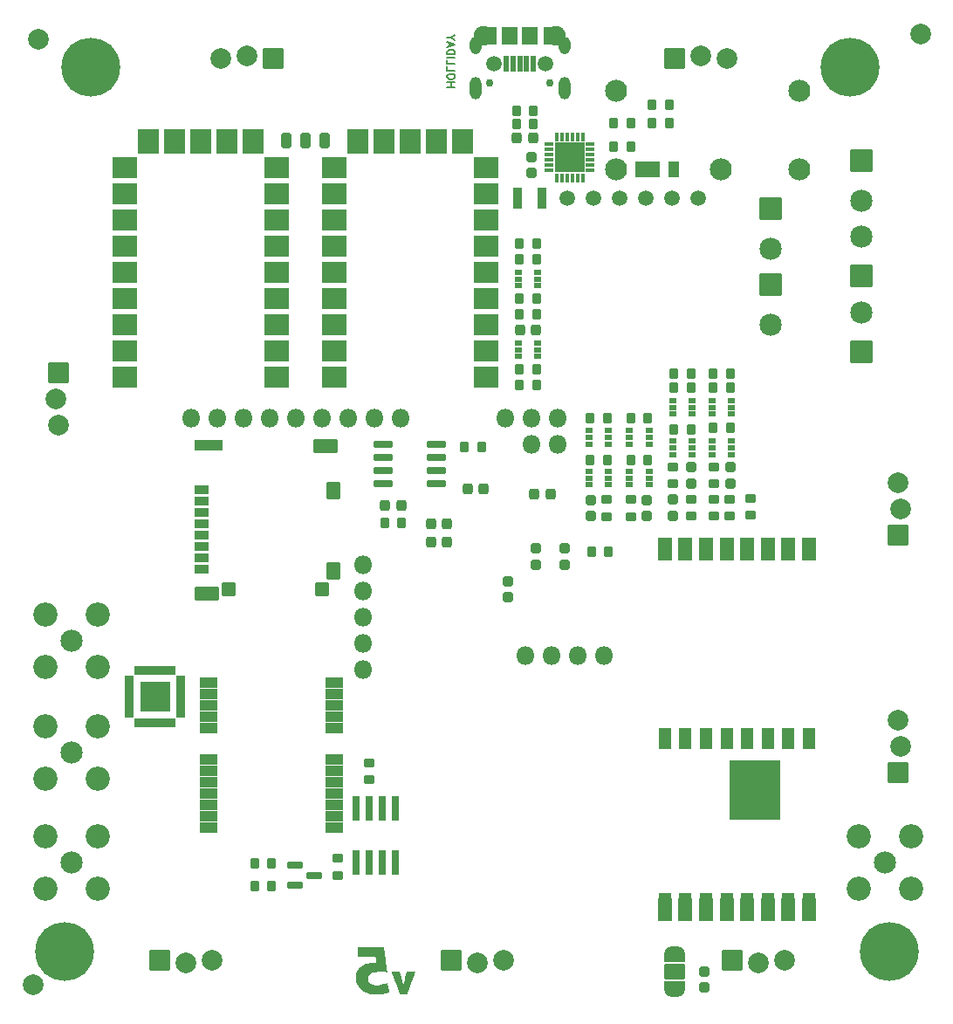
<source format=gbr>
%TF.GenerationSoftware,KiCad,Pcbnew,7.0.9*%
%TF.CreationDate,2024-01-23T11:42:20+00:00*%
%TF.ProjectId,mainboard,6d61696e-626f-4617-9264-2e6b69636164,rev?*%
%TF.SameCoordinates,Original*%
%TF.FileFunction,Soldermask,Bot*%
%TF.FilePolarity,Negative*%
%FSLAX46Y46*%
G04 Gerber Fmt 4.6, Leading zero omitted, Abs format (unit mm)*
G04 Created by KiCad (PCBNEW 7.0.9) date 2024-01-23 11:42:20*
%MOMM*%
%LPD*%
G01*
G04 APERTURE LIST*
G04 Aperture macros list*
%AMRoundRect*
0 Rectangle with rounded corners*
0 $1 Rounding radius*
0 $2 $3 $4 $5 $6 $7 $8 $9 X,Y pos of 4 corners*
0 Add a 4 corners polygon primitive as box body*
4,1,4,$2,$3,$4,$5,$6,$7,$8,$9,$2,$3,0*
0 Add four circle primitives for the rounded corners*
1,1,$1+$1,$2,$3*
1,1,$1+$1,$4,$5*
1,1,$1+$1,$6,$7*
1,1,$1+$1,$8,$9*
0 Add four rect primitives between the rounded corners*
20,1,$1+$1,$2,$3,$4,$5,0*
20,1,$1+$1,$4,$5,$6,$7,0*
20,1,$1+$1,$6,$7,$8,$9,0*
20,1,$1+$1,$8,$9,$2,$3,0*%
%AMFreePoly0*
4,1,39,0.785921,0.985921,0.800800,0.950000,0.800800,-0.950000,0.785921,-0.985921,0.750000,-1.000800,0.000000,-1.000800,-0.012322,-0.995696,-0.084376,-0.995696,-0.096533,-0.994220,-0.260380,-0.953835,-0.271831,-0.949492,-0.421253,-0.871070,-0.431332,-0.864113,-0.557645,-0.752210,-0.565766,-0.743043,-0.661627,-0.604163,-0.667318,-0.593320,-0.727158,-0.435535,-0.730089,-0.423644,-0.750615,-0.254600,
-0.750800,-0.251535,-0.750800,0.251535,-0.750615,0.254600,-0.730089,0.423644,-0.727158,0.435535,-0.667318,0.593320,-0.661627,0.604163,-0.565766,0.743043,-0.557645,0.752210,-0.431332,0.864113,-0.421253,0.871070,-0.271831,0.949492,-0.260380,0.953835,-0.096533,0.994220,-0.084376,0.995696,-0.012322,0.995696,0.000000,1.000800,0.750000,1.000800,0.785921,0.985921,0.785921,0.985921,
$1*%
%AMFreePoly1*
4,1,39,0.012322,0.995696,0.084376,0.995696,0.096533,0.994220,0.260380,0.953835,0.271831,0.949492,0.421253,0.871070,0.431332,0.864113,0.557645,0.752210,0.565766,0.743043,0.661627,0.604163,0.667318,0.593320,0.727158,0.435535,0.730089,0.423644,0.750615,0.254600,0.750800,0.251535,0.750800,-0.251535,0.750615,-0.254600,0.730089,-0.423644,0.727158,-0.435535,0.667318,-0.593320,
0.661627,-0.604163,0.565766,-0.743043,0.557645,-0.752210,0.431332,-0.864113,0.421253,-0.871070,0.271831,-0.949492,0.260380,-0.953835,0.096533,-0.994220,0.084376,-0.995696,0.012322,-0.995696,0.000000,-1.000800,-0.750000,-1.000800,-0.785921,-0.985921,-0.800800,-0.950000,-0.800800,0.950000,-0.785921,0.985921,-0.750000,1.000800,0.000000,1.000800,0.012322,0.995696,0.012322,0.995696,
$1*%
G04 Aperture macros list end*
%ADD10C,0.190500*%
%ADD11C,0.010000*%
%ADD12RoundRect,0.063500X0.812800X-0.406400X0.812800X0.406400X-0.812800X0.406400X-0.812800X-0.406400X0*%
%ADD13RoundRect,0.063500X0.381000X0.152400X-0.381000X0.152400X-0.381000X-0.152400X0.381000X-0.152400X0*%
%ADD14RoundRect,0.063500X0.152400X-0.381000X0.152400X0.381000X-0.152400X0.381000X-0.152400X-0.381000X0*%
%ADD15RoundRect,0.063500X-0.381000X-0.152400X0.381000X-0.152400X0.381000X0.152400X-0.381000X0.152400X0*%
%ADD16RoundRect,0.063500X-0.152400X0.381000X-0.152400X-0.381000X0.152400X-0.381000X0.152400X0.381000X0*%
%ADD17RoundRect,0.063500X1.397000X1.397000X-1.397000X1.397000X-1.397000X-1.397000X1.397000X-1.397000X0*%
%ADD18RoundRect,0.250800X-0.275000X0.200000X-0.275000X-0.200000X0.275000X-0.200000X0.275000X0.200000X0*%
%ADD19RoundRect,0.250800X-0.200000X-0.275000X0.200000X-0.275000X0.200000X0.275000X-0.200000X0.275000X0*%
%ADD20RoundRect,0.250800X0.200000X0.275000X-0.200000X0.275000X-0.200000X-0.275000X0.200000X-0.275000X0*%
%ADD21RoundRect,0.250800X0.275000X-0.200000X0.275000X0.200000X-0.275000X0.200000X-0.275000X-0.200000X0*%
%ADD22RoundRect,0.050800X-0.750000X-0.775000X0.750000X-0.775000X0.750000X0.775000X-0.750000X0.775000X0*%
%ADD23C,1.901600*%
%ADD24C,1.509600*%
%ADD25RoundRect,0.050800X0.225000X0.675000X-0.225000X0.675000X-0.225000X-0.675000X0.225000X-0.675000X0*%
%ADD26RoundRect,0.063500X-0.450000X-0.700000X0.450000X-0.700000X0.450000X0.700000X-0.450000X0.700000X0*%
%ADD27RoundRect,0.063500X-1.100000X-0.700000X1.100000X-0.700000X1.100000X0.700000X-1.100000X0.700000X0*%
%ADD28RoundRect,0.063500X-0.939800X0.939800X-0.939800X-0.939800X0.939800X-0.939800X0.939800X0.939800X0*%
%ADD29C,2.006600*%
%ADD30RoundRect,0.063500X0.939800X-0.939800X0.939800X0.939800X-0.939800X0.939800X-0.939800X-0.939800X0*%
%ADD31RoundRect,0.063500X-0.939800X-0.939800X0.939800X-0.939800X0.939800X0.939800X-0.939800X0.939800X0*%
%ADD32RoundRect,0.063500X0.939800X0.939800X-0.939800X0.939800X-0.939800X-0.939800X0.939800X-0.939800X0*%
%ADD33RoundRect,0.063500X1.016000X-1.016000X1.016000X1.016000X-1.016000X1.016000X-1.016000X-1.016000X0*%
%ADD34C,2.159000*%
%ADD35O,1.801600X1.801600*%
%ADD36C,5.701600*%
%ADD37C,0.751600*%
%ADD38O,1.101600X2.201600*%
%ADD39O,1.101600X1.701600*%
%ADD40C,2.133600*%
%ADD41C,2.151600*%
%ADD42C,2.351600*%
%ADD43RoundRect,0.269550X-0.218750X-0.256250X0.218750X-0.256250X0.218750X0.256250X-0.218750X0.256250X0*%
%ADD44RoundRect,0.269550X0.256250X-0.218750X0.256250X0.218750X-0.256250X0.218750X-0.256250X-0.218750X0*%
%ADD45RoundRect,0.050800X0.304800X1.104900X-0.304800X1.104900X-0.304800X-1.104900X0.304800X-1.104900X0*%
%ADD46RoundRect,0.063500X0.660400X-0.279400X0.660400X0.279400X-0.660400X0.279400X-0.660400X-0.279400X0*%
%ADD47RoundRect,0.063500X-1.143000X-0.990600X1.143000X-0.990600X1.143000X0.990600X-1.143000X0.990600X0*%
%ADD48RoundRect,0.063500X0.990600X-1.143000X0.990600X1.143000X-0.990600X1.143000X-0.990600X-1.143000X0*%
%ADD49RoundRect,0.063500X-0.620000X0.400000X-0.620000X-0.400000X0.620000X-0.400000X0.620000X0.400000X0*%
%ADD50RoundRect,0.063500X-0.600000X0.580000X-0.600000X-0.580000X0.600000X-0.580000X0.600000X0.580000X0*%
%ADD51RoundRect,0.063500X-1.250000X0.475000X-1.250000X-0.475000X1.250000X-0.475000X1.250000X0.475000X0*%
%ADD52RoundRect,0.063500X-1.100000X0.575000X-1.100000X-0.575000X1.100000X-0.575000X1.100000X0.575000X0*%
%ADD53RoundRect,0.063500X-0.575000X0.750000X-0.575000X-0.750000X0.575000X-0.750000X0.575000X0.750000X0*%
%ADD54RoundRect,0.063500X-0.625000X0.580000X-0.625000X-0.580000X0.625000X-0.580000X0.625000X0.580000X0*%
%ADD55RoundRect,0.269550X-0.256250X0.218750X-0.256250X-0.218750X0.256250X-0.218750X0.256250X0.218750X0*%
%ADD56RoundRect,0.269550X0.218750X0.256250X-0.218750X0.256250X-0.218750X-0.256250X0.218750X-0.256250X0*%
%ADD57RoundRect,0.200800X-0.725000X-0.150000X0.725000X-0.150000X0.725000X0.150000X-0.725000X0.150000X0*%
%ADD58C,2.000000*%
%ADD59RoundRect,0.063500X-0.650000X1.000000X-0.650000X-1.000000X0.650000X-1.000000X0.650000X1.000000X0*%
%ADD60RoundRect,0.063500X-2.400000X2.849999X-2.400000X-2.849999X2.400000X-2.849999X2.400000X2.849999X0*%
%ADD61RoundRect,0.050800X0.150000X0.400000X-0.150000X0.400000X-0.150000X-0.400000X0.150000X-0.400000X0*%
%ADD62RoundRect,0.050800X-0.400000X0.150000X-0.400000X-0.150000X0.400000X-0.150000X0.400000X0.150000X0*%
%ADD63RoundRect,0.050800X-1.400000X1.400000X-1.400000X-1.400000X1.400000X-1.400000X1.400000X1.400000X0*%
%ADD64RoundRect,0.228400X-0.222400X-0.822400X0.222400X-0.822400X0.222400X0.822400X-0.222400X0.822400X0*%
%ADD65RoundRect,0.050800X-0.300000X0.200000X-0.300000X-0.200000X0.300000X-0.200000X0.300000X0.200000X0*%
%ADD66RoundRect,0.050800X-0.325000X-0.200000X0.325000X-0.200000X0.325000X0.200000X-0.325000X0.200000X0*%
%ADD67RoundRect,0.294550X-0.243750X-0.456250X0.243750X-0.456250X0.243750X0.456250X-0.243750X0.456250X0*%
%ADD68RoundRect,0.063500X-1.016000X1.016000X-1.016000X-1.016000X1.016000X-1.016000X1.016000X1.016000X0*%
%ADD69C,1.501600*%
%ADD70RoundRect,0.050800X-0.500000X1.000000X-0.500000X-1.000000X0.500000X-1.000000X0.500000X1.000000X0*%
%ADD71FreePoly0,270.000000*%
%ADD72RoundRect,0.050800X-0.950000X0.700000X-0.950000X-0.700000X0.950000X-0.700000X0.950000X0.700000X0*%
%ADD73FreePoly1,270.000000*%
G04 APERTURE END LIST*
D10*
X42164290Y88901815D02*
X42926290Y88901815D01*
X42563433Y88901815D02*
X42563433Y89337244D01*
X42164290Y89337244D02*
X42926290Y89337244D01*
X42926290Y89845244D02*
X42926290Y89990387D01*
X42926290Y89990387D02*
X42890004Y90062958D01*
X42890004Y90062958D02*
X42817433Y90135530D01*
X42817433Y90135530D02*
X42672290Y90171815D01*
X42672290Y90171815D02*
X42418290Y90171815D01*
X42418290Y90171815D02*
X42273147Y90135530D01*
X42273147Y90135530D02*
X42200576Y90062958D01*
X42200576Y90062958D02*
X42164290Y89990387D01*
X42164290Y89990387D02*
X42164290Y89845244D01*
X42164290Y89845244D02*
X42200576Y89772672D01*
X42200576Y89772672D02*
X42273147Y89700101D01*
X42273147Y89700101D02*
X42418290Y89663815D01*
X42418290Y89663815D02*
X42672290Y89663815D01*
X42672290Y89663815D02*
X42817433Y89700101D01*
X42817433Y89700101D02*
X42890004Y89772672D01*
X42890004Y89772672D02*
X42926290Y89845244D01*
X42164290Y90861244D02*
X42164290Y90498387D01*
X42164290Y90498387D02*
X42926290Y90498387D01*
X42164290Y91478101D02*
X42164290Y91115244D01*
X42164290Y91115244D02*
X42926290Y91115244D01*
X42164290Y91732101D02*
X42926290Y91732101D01*
X42164290Y92094958D02*
X42926290Y92094958D01*
X42926290Y92094958D02*
X42926290Y92276387D01*
X42926290Y92276387D02*
X42890004Y92385244D01*
X42890004Y92385244D02*
X42817433Y92457815D01*
X42817433Y92457815D02*
X42744861Y92494101D01*
X42744861Y92494101D02*
X42599718Y92530387D01*
X42599718Y92530387D02*
X42490861Y92530387D01*
X42490861Y92530387D02*
X42345718Y92494101D01*
X42345718Y92494101D02*
X42273147Y92457815D01*
X42273147Y92457815D02*
X42200576Y92385244D01*
X42200576Y92385244D02*
X42164290Y92276387D01*
X42164290Y92276387D02*
X42164290Y92094958D01*
X42382004Y92820672D02*
X42382004Y93183529D01*
X42164290Y92748101D02*
X42926290Y93002101D01*
X42926290Y93002101D02*
X42164290Y93256101D01*
X42527147Y93655244D02*
X42164290Y93655244D01*
X42926290Y93401244D02*
X42527147Y93655244D01*
X42527147Y93655244D02*
X42926290Y93909244D01*
%TO.C,REF\u002A\u002A*%
D11*
X38693986Y3085924D02*
X38791125Y3084961D01*
X38869611Y3083212D01*
X38927760Y3080735D01*
X38963884Y3077590D01*
X38976300Y3073833D01*
X38972141Y3061160D01*
X38960043Y3026713D01*
X38940773Y2972619D01*
X38915099Y2900992D01*
X38883789Y2813948D01*
X38847611Y2713604D01*
X38807332Y2602074D01*
X38763719Y2481474D01*
X38717541Y2353920D01*
X38669565Y2221528D01*
X38620559Y2086413D01*
X38571291Y1950691D01*
X38522528Y1816478D01*
X38475037Y1685888D01*
X38429588Y1561039D01*
X38386946Y1444045D01*
X38347881Y1337022D01*
X38313159Y1242087D01*
X38283548Y1161353D01*
X38259816Y1096938D01*
X38242731Y1050957D01*
X38233061Y1025525D01*
X38228655Y1018755D01*
X38219437Y1013486D01*
X38202482Y1009570D01*
X38174846Y1006815D01*
X38133585Y1005025D01*
X38075755Y1004007D01*
X37998414Y1003568D01*
X37898617Y1003513D01*
X37572950Y1003726D01*
X37191950Y2027680D01*
X37148289Y2145063D01*
X37092751Y2294500D01*
X37040234Y2435946D01*
X36991387Y2567647D01*
X36946860Y2687844D01*
X36907302Y2794781D01*
X36873365Y2886701D01*
X36845696Y2961847D01*
X36824947Y3018463D01*
X36811766Y3054790D01*
X36806805Y3069073D01*
X36806786Y3071256D01*
X36812399Y3076013D01*
X36828193Y3079575D01*
X36856705Y3082048D01*
X36900469Y3083536D01*
X36962020Y3084143D01*
X37043895Y3083973D01*
X37148628Y3083131D01*
X37494596Y3079750D01*
X37637808Y2562812D01*
X37646128Y2532717D01*
X37678674Y2413824D01*
X37710361Y2296332D01*
X37740184Y2184081D01*
X37767136Y2080912D01*
X37790213Y1990667D01*
X37808407Y1917187D01*
X37820714Y1864312D01*
X37826514Y1837911D01*
X37840685Y1774526D01*
X37852981Y1721046D01*
X37862246Y1682445D01*
X37867323Y1663700D01*
X37868296Y1662605D01*
X37874600Y1673488D01*
X37884558Y1704235D01*
X37897010Y1750953D01*
X37910798Y1809750D01*
X37916637Y1834762D01*
X37931785Y1894904D01*
X37952616Y1973911D01*
X37978176Y2068313D01*
X38007513Y2174640D01*
X38039675Y2289423D01*
X38073708Y2409191D01*
X38108659Y2530475D01*
X38269962Y3086100D01*
X38623131Y3086100D01*
X38693986Y3085924D01*
G36*
X38693986Y3085924D02*
G01*
X38791125Y3084961D01*
X38869611Y3083212D01*
X38927760Y3080735D01*
X38963884Y3077590D01*
X38976300Y3073833D01*
X38972141Y3061160D01*
X38960043Y3026713D01*
X38940773Y2972619D01*
X38915099Y2900992D01*
X38883789Y2813948D01*
X38847611Y2713604D01*
X38807332Y2602074D01*
X38763719Y2481474D01*
X38717541Y2353920D01*
X38669565Y2221528D01*
X38620559Y2086413D01*
X38571291Y1950691D01*
X38522528Y1816478D01*
X38475037Y1685888D01*
X38429588Y1561039D01*
X38386946Y1444045D01*
X38347881Y1337022D01*
X38313159Y1242087D01*
X38283548Y1161353D01*
X38259816Y1096938D01*
X38242731Y1050957D01*
X38233061Y1025525D01*
X38228655Y1018755D01*
X38219437Y1013486D01*
X38202482Y1009570D01*
X38174846Y1006815D01*
X38133585Y1005025D01*
X38075755Y1004007D01*
X37998414Y1003568D01*
X37898617Y1003513D01*
X37572950Y1003726D01*
X37191950Y2027680D01*
X37148289Y2145063D01*
X37092751Y2294500D01*
X37040234Y2435946D01*
X36991387Y2567647D01*
X36946860Y2687844D01*
X36907302Y2794781D01*
X36873365Y2886701D01*
X36845696Y2961847D01*
X36824947Y3018463D01*
X36811766Y3054790D01*
X36806805Y3069073D01*
X36806786Y3071256D01*
X36812399Y3076013D01*
X36828193Y3079575D01*
X36856705Y3082048D01*
X36900469Y3083536D01*
X36962020Y3084143D01*
X37043895Y3083973D01*
X37148628Y3083131D01*
X37494596Y3079750D01*
X37637808Y2562812D01*
X37646128Y2532717D01*
X37678674Y2413824D01*
X37710361Y2296332D01*
X37740184Y2184081D01*
X37767136Y2080912D01*
X37790213Y1990667D01*
X37808407Y1917187D01*
X37820714Y1864312D01*
X37826514Y1837911D01*
X37840685Y1774526D01*
X37852981Y1721046D01*
X37862246Y1682445D01*
X37867323Y1663700D01*
X37868296Y1662605D01*
X37874600Y1673488D01*
X37884558Y1704235D01*
X37897010Y1750953D01*
X37910798Y1809750D01*
X37916637Y1834762D01*
X37931785Y1894904D01*
X37952616Y1973911D01*
X37978176Y2068313D01*
X38007513Y2174640D01*
X38039675Y2289423D01*
X38073708Y2409191D01*
X38108659Y2530475D01*
X38269962Y3086100D01*
X38623131Y3086100D01*
X38693986Y3085924D01*
G37*
X34949727Y5473679D02*
X35128963Y5473600D01*
X35285867Y5473436D01*
X35421926Y5473162D01*
X35538631Y5472750D01*
X35637469Y5472173D01*
X35719930Y5471405D01*
X35787502Y5470419D01*
X35841675Y5469189D01*
X35883937Y5467687D01*
X35915776Y5465886D01*
X35938682Y5463761D01*
X35954144Y5461284D01*
X35963650Y5458429D01*
X35968690Y5455168D01*
X35970751Y5451476D01*
X35971168Y5449591D01*
X35974765Y5426730D01*
X35981033Y5381724D01*
X35989705Y5316725D01*
X36000516Y5233884D01*
X36013198Y5135354D01*
X36027485Y5023287D01*
X36043112Y4899835D01*
X36059811Y4767149D01*
X36077316Y4627382D01*
X36095360Y4482686D01*
X36113679Y4335212D01*
X36132004Y4187113D01*
X36150069Y4040542D01*
X36167609Y3897648D01*
X36184357Y3760586D01*
X36200046Y3631507D01*
X36214410Y3512562D01*
X36227182Y3405904D01*
X36238097Y3313685D01*
X36246887Y3238057D01*
X36253287Y3181172D01*
X36257030Y3145182D01*
X36257849Y3132238D01*
X36249325Y3131002D01*
X36221532Y3132821D01*
X36182300Y3138176D01*
X36152258Y3142478D01*
X36074418Y3150413D01*
X35979931Y3156941D01*
X35874671Y3161872D01*
X35764513Y3165012D01*
X35655333Y3166169D01*
X35553004Y3165149D01*
X35463402Y3161761D01*
X35332365Y3152002D01*
X35160727Y3130485D01*
X35009837Y3099721D01*
X34877740Y3059069D01*
X34762479Y3007890D01*
X34662097Y2945546D01*
X34574637Y2871396D01*
X34515961Y2802466D01*
X34459904Y2704128D01*
X34422917Y2595548D01*
X34405565Y2480952D01*
X34408417Y2364565D01*
X34432038Y2250614D01*
X34476996Y2143325D01*
X34499581Y2107636D01*
X34553935Y2042711D01*
X34622088Y1978746D01*
X34697553Y1921560D01*
X34773848Y1876971D01*
X34800018Y1864445D01*
X34876636Y1831369D01*
X34949443Y1806857D01*
X35024246Y1789791D01*
X35106851Y1779053D01*
X35203067Y1773524D01*
X35318700Y1772088D01*
X35351401Y1772208D01*
X35440969Y1773481D01*
X35513920Y1776505D01*
X35576918Y1781789D01*
X35636623Y1789842D01*
X35699700Y1801173D01*
X35787743Y1819541D01*
X35996385Y1873239D01*
X36187358Y1938077D01*
X36216737Y1949254D01*
X36260409Y1965192D01*
X36291046Y1975473D01*
X36303351Y1978260D01*
X36304648Y1974459D01*
X36311068Y1950178D01*
X36321906Y1906648D01*
X36336303Y1847511D01*
X36353402Y1776408D01*
X36372344Y1696978D01*
X36392270Y1612864D01*
X36412322Y1527704D01*
X36431640Y1445140D01*
X36449368Y1368812D01*
X36464645Y1302361D01*
X36476615Y1249428D01*
X36484417Y1213653D01*
X36487194Y1198676D01*
X36487172Y1198280D01*
X36474716Y1184898D01*
X36442040Y1165939D01*
X36393078Y1143115D01*
X36331764Y1118134D01*
X36262033Y1092708D01*
X36187818Y1068547D01*
X36071550Y1035943D01*
X35876426Y992150D01*
X35674300Y959087D01*
X35620749Y953588D01*
X35538713Y948634D01*
X35442519Y945496D01*
X35337105Y944115D01*
X35227414Y944434D01*
X35118385Y946394D01*
X35014959Y949938D01*
X34922076Y955007D01*
X34844676Y961545D01*
X34787700Y969491D01*
X34701401Y987422D01*
X34481285Y1047256D01*
X34278064Y1123916D01*
X34092491Y1216989D01*
X33925322Y1326064D01*
X33777309Y1450731D01*
X33649208Y1590577D01*
X33555041Y1718766D01*
X33475472Y1853764D01*
X33411682Y1997004D01*
X33359578Y2156485D01*
X33352544Y2182944D01*
X33344901Y2218121D01*
X33339435Y2255604D01*
X33335803Y2300011D01*
X33333660Y2355958D01*
X33332664Y2428066D01*
X33332471Y2520950D01*
X33332504Y2546999D01*
X33332916Y2632231D01*
X33334107Y2698309D01*
X33336507Y2750182D01*
X33340551Y2792803D01*
X33346671Y2831121D01*
X33355298Y2870086D01*
X33366867Y2914650D01*
X33368120Y2919284D01*
X33424952Y3087582D01*
X33499653Y3238848D01*
X33593482Y3375238D01*
X33707693Y3498906D01*
X33753655Y3540794D01*
X33869811Y3632591D01*
X33994087Y3710258D01*
X34132118Y3777063D01*
X34289541Y3836274D01*
X34308802Y3842641D01*
X34420414Y3876168D01*
X34528128Y3901839D01*
X34637749Y3920479D01*
X34755081Y3932914D01*
X34885930Y3939971D01*
X35036098Y3942474D01*
X35058414Y3942562D01*
X35155548Y3943535D01*
X35228847Y3945444D01*
X35279605Y3948360D01*
X35309116Y3952350D01*
X35318673Y3957484D01*
X35317747Y3966820D01*
X35313662Y3998831D01*
X35306773Y4049753D01*
X35297577Y4115977D01*
X35286570Y4193895D01*
X35274250Y4279900D01*
X35265137Y4343341D01*
X35253738Y4423411D01*
X35244009Y4492587D01*
X35236446Y4547308D01*
X35231544Y4584012D01*
X35229800Y4599142D01*
X35225719Y4600210D01*
X35199771Y4602008D01*
X35151647Y4603692D01*
X35083399Y4605236D01*
X34997078Y4606614D01*
X34894737Y4607800D01*
X34778426Y4608767D01*
X34650199Y4609491D01*
X34512107Y4609944D01*
X34366200Y4610100D01*
X33502600Y4610100D01*
X33502600Y5473700D01*
X34746670Y5473700D01*
X34949727Y5473679D01*
G36*
X34949727Y5473679D02*
G01*
X35128963Y5473600D01*
X35285867Y5473436D01*
X35421926Y5473162D01*
X35538631Y5472750D01*
X35637469Y5472173D01*
X35719930Y5471405D01*
X35787502Y5470419D01*
X35841675Y5469189D01*
X35883937Y5467687D01*
X35915776Y5465886D01*
X35938682Y5463761D01*
X35954144Y5461284D01*
X35963650Y5458429D01*
X35968690Y5455168D01*
X35970751Y5451476D01*
X35971168Y5449591D01*
X35974765Y5426730D01*
X35981033Y5381724D01*
X35989705Y5316725D01*
X36000516Y5233884D01*
X36013198Y5135354D01*
X36027485Y5023287D01*
X36043112Y4899835D01*
X36059811Y4767149D01*
X36077316Y4627382D01*
X36095360Y4482686D01*
X36113679Y4335212D01*
X36132004Y4187113D01*
X36150069Y4040542D01*
X36167609Y3897648D01*
X36184357Y3760586D01*
X36200046Y3631507D01*
X36214410Y3512562D01*
X36227182Y3405904D01*
X36238097Y3313685D01*
X36246887Y3238057D01*
X36253287Y3181172D01*
X36257030Y3145182D01*
X36257849Y3132238D01*
X36249325Y3131002D01*
X36221532Y3132821D01*
X36182300Y3138176D01*
X36152258Y3142478D01*
X36074418Y3150413D01*
X35979931Y3156941D01*
X35874671Y3161872D01*
X35764513Y3165012D01*
X35655333Y3166169D01*
X35553004Y3165149D01*
X35463402Y3161761D01*
X35332365Y3152002D01*
X35160727Y3130485D01*
X35009837Y3099721D01*
X34877740Y3059069D01*
X34762479Y3007890D01*
X34662097Y2945546D01*
X34574637Y2871396D01*
X34515961Y2802466D01*
X34459904Y2704128D01*
X34422917Y2595548D01*
X34405565Y2480952D01*
X34408417Y2364565D01*
X34432038Y2250614D01*
X34476996Y2143325D01*
X34499581Y2107636D01*
X34553935Y2042711D01*
X34622088Y1978746D01*
X34697553Y1921560D01*
X34773848Y1876971D01*
X34800018Y1864445D01*
X34876636Y1831369D01*
X34949443Y1806857D01*
X35024246Y1789791D01*
X35106851Y1779053D01*
X35203067Y1773524D01*
X35318700Y1772088D01*
X35351401Y1772208D01*
X35440969Y1773481D01*
X35513920Y1776505D01*
X35576918Y1781789D01*
X35636623Y1789842D01*
X35699700Y1801173D01*
X35787743Y1819541D01*
X35996385Y1873239D01*
X36187358Y1938077D01*
X36216737Y1949254D01*
X36260409Y1965192D01*
X36291046Y1975473D01*
X36303351Y1978260D01*
X36304648Y1974459D01*
X36311068Y1950178D01*
X36321906Y1906648D01*
X36336303Y1847511D01*
X36353402Y1776408D01*
X36372344Y1696978D01*
X36392270Y1612864D01*
X36412322Y1527704D01*
X36431640Y1445140D01*
X36449368Y1368812D01*
X36464645Y1302361D01*
X36476615Y1249428D01*
X36484417Y1213653D01*
X36487194Y1198676D01*
X36487172Y1198280D01*
X36474716Y1184898D01*
X36442040Y1165939D01*
X36393078Y1143115D01*
X36331764Y1118134D01*
X36262033Y1092708D01*
X36187818Y1068547D01*
X36071550Y1035943D01*
X35876426Y992150D01*
X35674300Y959087D01*
X35620749Y953588D01*
X35538713Y948634D01*
X35442519Y945496D01*
X35337105Y944115D01*
X35227414Y944434D01*
X35118385Y946394D01*
X35014959Y949938D01*
X34922076Y955007D01*
X34844676Y961545D01*
X34787700Y969491D01*
X34701401Y987422D01*
X34481285Y1047256D01*
X34278064Y1123916D01*
X34092491Y1216989D01*
X33925322Y1326064D01*
X33777309Y1450731D01*
X33649208Y1590577D01*
X33555041Y1718766D01*
X33475472Y1853764D01*
X33411682Y1997004D01*
X33359578Y2156485D01*
X33352544Y2182944D01*
X33344901Y2218121D01*
X33339435Y2255604D01*
X33335803Y2300011D01*
X33333660Y2355958D01*
X33332664Y2428066D01*
X33332471Y2520950D01*
X33332504Y2546999D01*
X33332916Y2632231D01*
X33334107Y2698309D01*
X33336507Y2750182D01*
X33340551Y2792803D01*
X33346671Y2831121D01*
X33355298Y2870086D01*
X33366867Y2914650D01*
X33368120Y2919284D01*
X33424952Y3087582D01*
X33499653Y3238848D01*
X33593482Y3375238D01*
X33707693Y3498906D01*
X33753655Y3540794D01*
X33869811Y3632591D01*
X33994087Y3710258D01*
X34132118Y3777063D01*
X34289541Y3836274D01*
X34308802Y3842641D01*
X34420414Y3876168D01*
X34528128Y3901839D01*
X34637749Y3920479D01*
X34755081Y3932914D01*
X34885930Y3939971D01*
X35036098Y3942474D01*
X35058414Y3942562D01*
X35155548Y3943535D01*
X35228847Y3945444D01*
X35279605Y3948360D01*
X35309116Y3952350D01*
X35318673Y3957484D01*
X35317747Y3966820D01*
X35313662Y3998831D01*
X35306773Y4049753D01*
X35297577Y4115977D01*
X35286570Y4193895D01*
X35274250Y4279900D01*
X35265137Y4343341D01*
X35253738Y4423411D01*
X35244009Y4492587D01*
X35236446Y4547308D01*
X35231544Y4584012D01*
X35229800Y4599142D01*
X35225719Y4600210D01*
X35199771Y4602008D01*
X35151647Y4603692D01*
X35083399Y4605236D01*
X34997078Y4606614D01*
X34894737Y4607800D01*
X34778426Y4608767D01*
X34650199Y4609491D01*
X34512107Y4609944D01*
X34366200Y4610100D01*
X33502600Y4610100D01*
X33502600Y5473700D01*
X34746670Y5473700D01*
X34949727Y5473679D01*
G37*
%TD*%
D12*
%TO.C,U14*%
X19034462Y26701557D03*
X19034462Y30001557D03*
X19034462Y28901557D03*
X19034462Y27801557D03*
X19034462Y23701557D03*
X19034462Y18201557D03*
X19034462Y20401557D03*
X19034462Y21501557D03*
X19034462Y22601557D03*
X19034462Y31101557D03*
X19034462Y19301557D03*
X19034462Y17101557D03*
X31234462Y17101557D03*
X31234462Y21501557D03*
X31234462Y20401557D03*
X31234462Y19301557D03*
X31234462Y18201557D03*
X31234462Y23701557D03*
X31234462Y26701557D03*
X31234462Y31101557D03*
X31234462Y30001557D03*
X31234462Y28901557D03*
X31234462Y27801557D03*
X31234462Y22601557D03*
%TD*%
D13*
%TO.C,U13*%
X16325778Y31519950D03*
X16325778Y31019950D03*
X16325778Y30519950D03*
X16325778Y30019950D03*
X16325778Y29519950D03*
X16325778Y29019950D03*
X16325778Y28519950D03*
X16325778Y28019950D03*
D14*
X15575778Y27269950D03*
X15075778Y27269950D03*
X14575778Y27269950D03*
X14075778Y27269950D03*
X13575778Y27269950D03*
X13075778Y27269950D03*
X12575778Y27269950D03*
X12075778Y27269950D03*
D15*
X11325778Y28019950D03*
X11325778Y28519950D03*
X11325778Y29019950D03*
X11325778Y29519950D03*
X11325778Y30019950D03*
X11325778Y30519950D03*
X11325778Y31019950D03*
X11325778Y31519950D03*
D16*
X12075778Y32269950D03*
X12575778Y32269950D03*
X13075778Y32269950D03*
X13575778Y32269950D03*
X14075778Y32269950D03*
X14575778Y32269950D03*
X15075778Y32269950D03*
X15575778Y32269950D03*
D17*
X13825778Y29769950D03*
%TD*%
D18*
%TO.C,R2*%
X65874900Y47259904D03*
X65874900Y48909904D03*
%TD*%
D19*
%TO.C,R22*%
X25142000Y11420004D03*
X23492000Y11420004D03*
%TD*%
%TO.C,R21*%
X25142000Y13579004D03*
X23492000Y13579004D03*
%TD*%
D18*
%TO.C,R23*%
X31584900Y12421100D03*
X31584900Y14071100D03*
%TD*%
D19*
%TO.C,R7*%
X45490900Y54013100D03*
X43840900Y54013100D03*
%TD*%
%TO.C,R40*%
X50545500Y86575900D03*
X48895500Y86575900D03*
%TD*%
D20*
%TO.C,R36*%
X58318900Y83096100D03*
X59968900Y83096100D03*
%TD*%
%TO.C,R35*%
X62052700Y85432900D03*
X63702700Y85432900D03*
%TD*%
D19*
%TO.C,R34*%
X59968900Y85432900D03*
X58318900Y85432900D03*
%TD*%
D20*
%TO.C,R39*%
X48895500Y85280500D03*
X50545500Y85280500D03*
%TD*%
%TO.C,R41*%
X56159900Y43857100D03*
X57809900Y43857100D03*
%TD*%
%TO.C,R46*%
X62052700Y87160100D03*
X63702700Y87160100D03*
%TD*%
D19*
%TO.C,R29*%
X50824900Y59982100D03*
X49174900Y59982100D03*
%TD*%
D20*
%TO.C,R30*%
X49174900Y66840100D03*
X50824900Y66840100D03*
%TD*%
%TO.C,R49*%
X49174900Y73698100D03*
X50824900Y73698100D03*
%TD*%
D19*
%TO.C,R52*%
X50824900Y72174100D03*
X49174900Y72174100D03*
%TD*%
%TO.C,R72*%
X57682900Y56807100D03*
X56032900Y56807100D03*
%TD*%
D21*
%TO.C,R75*%
X60032900Y48869100D03*
X60032900Y47219100D03*
%TD*%
D19*
%TO.C,R82*%
X65810900Y61125100D03*
X64160900Y61125100D03*
%TD*%
%TO.C,R83*%
X69620900Y61125100D03*
X67970900Y61125100D03*
%TD*%
%TO.C,R86*%
X65810900Y59728100D03*
X64160900Y59728100D03*
%TD*%
%TO.C,R87*%
X69620900Y59728100D03*
X67970900Y59728100D03*
%TD*%
D21*
%TO.C,R96*%
X68033900Y52044100D03*
X68033900Y50394100D03*
%TD*%
D20*
%TO.C,R97*%
X59969900Y52743100D03*
X61619900Y52743100D03*
%TD*%
%TO.C,R108*%
X64160900Y55664100D03*
X65810900Y55664100D03*
%TD*%
%TO.C,R109*%
X67970900Y55816500D03*
X69620900Y55816500D03*
%TD*%
D21*
%TO.C,R76*%
X57619900Y48869100D03*
X57619900Y47219100D03*
%TD*%
D19*
%TO.C,R71*%
X61619900Y56807100D03*
X59969900Y56807100D03*
%TD*%
D21*
%TO.C,R95*%
X64096900Y52044100D03*
X64096900Y50394100D03*
%TD*%
D18*
%TO.C,R1*%
X68033900Y47257200D03*
X68033900Y48907200D03*
%TD*%
%TO.C,R19*%
X69557900Y47282600D03*
X69557900Y48932600D03*
%TD*%
D21*
%TO.C,R16*%
X71589900Y48996100D03*
X71589900Y47346100D03*
%TD*%
D20*
%TO.C,R110*%
X49174900Y68364100D03*
X50824900Y68364100D03*
%TD*%
D19*
%TO.C,R47*%
X50824900Y61506100D03*
X49174900Y61506100D03*
%TD*%
D20*
%TO.C,R98*%
X56032900Y52743100D03*
X57682900Y52743100D03*
%TD*%
D19*
%TO.C,R51*%
X37743900Y46647100D03*
X36093900Y46647100D03*
%TD*%
D18*
%TO.C,R24*%
X34632900Y21692100D03*
X34632900Y23342100D03*
%TD*%
D22*
%TO.C,J11*%
X52262500Y93865700D03*
X46162500Y93865700D03*
X50212500Y93865700D03*
X48212500Y93865700D03*
D23*
X52712500Y93865700D03*
X45712500Y93865700D03*
D24*
X51712500Y91165700D03*
X46712500Y91165700D03*
D25*
X50512500Y91190700D03*
X49862500Y91190700D03*
X49212500Y91190700D03*
X48562500Y91190700D03*
X47912500Y91190700D03*
%TD*%
D26*
%TO.C,D4*%
X64149900Y80873600D03*
D27*
X61599900Y80873600D03*
%TD*%
D28*
%TO.C,JP11*%
X4464000Y61140504D03*
D29*
X4210000Y58600504D03*
X4464000Y56060504D03*
%TD*%
D30*
%TO.C,JP12*%
X85933000Y45392504D03*
D29*
X86187000Y47932504D03*
X85933000Y50472504D03*
%TD*%
D31*
%TO.C,JP13*%
X14312900Y4229100D03*
D29*
X16852900Y3975100D03*
X19392900Y4229100D03*
%TD*%
D32*
%TO.C,JP9*%
X25269500Y91663004D03*
D29*
X22729500Y91917004D03*
X20189500Y91663004D03*
%TD*%
D33*
%TO.C,J3*%
X82372000Y70557804D03*
D34*
X82372000Y74413404D03*
%TD*%
D33*
%TO.C,J4*%
X82372000Y63202204D03*
D34*
X82372000Y67057804D03*
%TD*%
D35*
%TO.C,J2*%
X34048700Y42557700D03*
X34048700Y40017700D03*
X34048700Y37477700D03*
X34048700Y34937700D03*
X34048700Y32397700D03*
%TD*%
%TO.C,J8*%
X17360900Y56807100D03*
X19900900Y56807100D03*
X22440900Y56807100D03*
X24980900Y56807100D03*
X27520900Y56807100D03*
X30060900Y56807100D03*
X32600900Y56807100D03*
X35140900Y56807100D03*
X37680900Y56807100D03*
%TD*%
D36*
%TO.C,H1*%
X7630000Y90805000D03*
%TD*%
%TO.C,H2*%
X5090000Y5080000D03*
%TD*%
%TO.C,H3*%
X85090000Y5080000D03*
%TD*%
%TO.C,H4*%
X81290000Y90805000D03*
%TD*%
D30*
%TO.C,JP15*%
X85940900Y22390100D03*
D29*
X86194900Y24930100D03*
X85940900Y27470100D03*
%TD*%
D31*
%TO.C,JP14*%
X69811900Y4229100D03*
D29*
X72351900Y3975100D03*
X74891900Y4229100D03*
%TD*%
D37*
%TO.C,J13*%
X52110500Y89287300D03*
X46330500Y89287300D03*
D38*
X53540500Y88787300D03*
D39*
X53540500Y92937300D03*
D38*
X44900500Y88787300D03*
D39*
X44900500Y92937300D03*
%TD*%
D40*
%TO.C,U16*%
X58556200Y80889004D03*
X58556200Y88509004D03*
X68716200Y80889004D03*
X76336200Y88509004D03*
X76336200Y80889004D03*
%TD*%
D41*
%TO.C,J12*%
X84670900Y13690004D03*
D42*
X82130900Y16230004D03*
X82130900Y11150004D03*
X87210900Y16230004D03*
X87210900Y11150004D03*
%TD*%
D41*
%TO.C,J7*%
X5775000Y13690004D03*
D42*
X3235000Y16230004D03*
X3235000Y11150004D03*
X8315000Y16230004D03*
X8315000Y11150004D03*
%TD*%
D35*
%TO.C,J15*%
X50317400Y54267100D03*
X52857400Y54267100D03*
%TD*%
%TO.C,J9*%
X47777400Y56807100D03*
X50317400Y56807100D03*
X52857400Y56807100D03*
%TD*%
D31*
%TO.C,JP8*%
X42545000Y4229100D03*
D29*
X45085000Y3975100D03*
X47625000Y4229100D03*
%TD*%
D35*
%TO.C,J10*%
X49745900Y33769300D03*
X52285900Y33769300D03*
X54825900Y33769300D03*
X57365900Y33769300D03*
%TD*%
D31*
%TO.C,JP10*%
X64268000Y91663004D03*
D29*
X66808000Y91917004D03*
X69348000Y91663004D03*
%TD*%
D43*
%TO.C,C4*%
X36131400Y48298100D03*
X37706400Y48298100D03*
%TD*%
D44*
%TO.C,C11*%
X53555900Y42557600D03*
X53555900Y44132600D03*
%TD*%
%TO.C,C16*%
X50761900Y42557600D03*
X50761900Y44132600D03*
%TD*%
D45*
%TO.C,Q22*%
X37172900Y13677900D03*
X35902900Y13677900D03*
X34632900Y13677900D03*
X33362900Y13677900D03*
X33362900Y18910300D03*
X34632900Y18910300D03*
X35902900Y18910300D03*
X37172900Y18910300D03*
%TD*%
D46*
%TO.C,Q1*%
X27377700Y11483504D03*
X27377700Y13388504D03*
X29257300Y12436004D03*
%TD*%
D43*
%TO.C,C13*%
X44132400Y49949100D03*
X45707400Y49949100D03*
%TD*%
D47*
%TO.C,U11*%
X31203900Y60756800D03*
X31203900Y63296800D03*
X31203900Y65836800D03*
X31203900Y68376800D03*
X31203900Y70916800D03*
X31203900Y73456800D03*
X31203900Y75996800D03*
X31203900Y78536800D03*
X31203900Y81076800D03*
D48*
X33489900Y83616800D03*
X36029900Y83616800D03*
X38569900Y83616800D03*
X41109900Y83616800D03*
X43649900Y83616800D03*
D47*
X45935900Y81076800D03*
X45935900Y78536800D03*
X45935900Y75996800D03*
X45935900Y73456800D03*
X45935900Y70916800D03*
X45935900Y68376800D03*
X45935900Y65836800D03*
X45935900Y63296800D03*
X45935900Y60756800D03*
%TD*%
D49*
%TO.C,J1*%
X18371900Y49801100D03*
X18371900Y48701100D03*
X18371900Y47601100D03*
X18371900Y46501100D03*
X18371900Y45401100D03*
X18371900Y44301100D03*
X18371900Y43201100D03*
X18371900Y42101100D03*
D50*
X30001900Y40161100D03*
D51*
X19001900Y54146100D03*
D52*
X18851900Y39756100D03*
X30331900Y54046100D03*
D53*
X31126900Y49741100D03*
X31126900Y41961100D03*
D54*
X21001900Y40161100D03*
%TD*%
D55*
%TO.C,C10*%
X48094900Y40957600D03*
X48094900Y39382600D03*
%TD*%
D56*
%TO.C,C12*%
X42151400Y46520100D03*
X40576400Y46520100D03*
%TD*%
D57*
%TO.C,U1*%
X35994900Y50457100D03*
X35994900Y51727100D03*
X35994900Y52997100D03*
X35994900Y54267100D03*
X41144900Y54267100D03*
X41144900Y52997100D03*
X41144900Y51727100D03*
X41144900Y50457100D03*
%TD*%
D58*
%TO.C,REF1B*%
X88099900Y94018100D03*
%TD*%
D41*
%TO.C,J6*%
X5775000Y35225392D03*
D42*
X3235000Y37765392D03*
X3235000Y32685392D03*
X8315000Y37765392D03*
X8315000Y32685392D03*
%TD*%
D59*
%TO.C,U24*%
X77281420Y9108100D03*
X75281420Y9108100D03*
X73281420Y9108100D03*
X71281420Y9108100D03*
X69281420Y9108100D03*
X67281420Y9108100D03*
X65281420Y9108100D03*
X63281420Y9108100D03*
X63281420Y44108100D03*
X65281420Y44108100D03*
X67281420Y44108100D03*
X69281420Y44108100D03*
X71281420Y44108100D03*
X73281420Y44108100D03*
X75281420Y44108100D03*
X77281420Y44108100D03*
D60*
X72031420Y20675600D03*
%TD*%
D61*
%TO.C,U17*%
X52813900Y84080100D03*
X53313900Y84080100D03*
X53813900Y84080100D03*
X54313900Y84080100D03*
X54813900Y84080100D03*
X55313900Y84080100D03*
D62*
X56063900Y83330100D03*
X56063900Y82830100D03*
X56063900Y82330100D03*
X56063900Y81830100D03*
X56063900Y81330100D03*
X56063900Y80830100D03*
D61*
X55313900Y80080100D03*
X54813900Y80080100D03*
X54313900Y80080100D03*
X53813900Y80080100D03*
X53313900Y80080100D03*
X52813900Y80080100D03*
D62*
X52063900Y80830100D03*
X52063900Y81330100D03*
X52063900Y81830100D03*
X52063900Y82330100D03*
X52063900Y82830100D03*
X52063900Y83330100D03*
D63*
X54063900Y82080100D03*
%TD*%
D44*
%TO.C,C35*%
X50330100Y80556000D03*
X50330100Y82131000D03*
%TD*%
D56*
%TO.C,C33*%
X50482600Y83959700D03*
X48907600Y83959700D03*
%TD*%
D41*
%TO.C,J5*%
X5775000Y24315204D03*
D42*
X3235000Y26855204D03*
X3235000Y21775204D03*
X8315000Y26855204D03*
X8315000Y21775204D03*
%TD*%
D55*
%TO.C,C9*%
X64096900Y48872404D03*
X64096900Y47297404D03*
%TD*%
D43*
%TO.C,C15*%
X50609400Y49441100D03*
X52184400Y49441100D03*
%TD*%
D64*
%TO.C,L4*%
X48983900Y78143100D03*
X51383900Y78143100D03*
%TD*%
D43*
%TO.C,C6*%
X49212400Y65316100D03*
X50787400Y65316100D03*
%TD*%
D55*
%TO.C,C8*%
X61556900Y48831600D03*
X61556900Y47256600D03*
%TD*%
%TO.C,C41*%
X65874900Y52006600D03*
X65874900Y50431600D03*
%TD*%
%TO.C,C42*%
X69684900Y52006600D03*
X69684900Y50431600D03*
%TD*%
D65*
%TO.C,Q12*%
X59844900Y50315100D03*
X59844900Y50965100D03*
X59844900Y51615100D03*
X61744900Y51615100D03*
X61744900Y50965100D03*
X61744900Y50315100D03*
%TD*%
D66*
%TO.C,Q16*%
X67845900Y57173100D03*
X67845900Y57823100D03*
X67845900Y58473100D03*
X69745900Y58473100D03*
X69745900Y57823100D03*
X69745900Y57173100D03*
%TD*%
D65*
%TO.C,Q19*%
X67845900Y53236100D03*
X67845900Y53886100D03*
X67845900Y54536100D03*
X69745900Y54536100D03*
X69745900Y53886100D03*
X69745900Y53236100D03*
%TD*%
D67*
%TO.C,R57*%
X26520930Y83733640D03*
X28395930Y83733640D03*
%TD*%
%TO.C,R58*%
X28387040Y83733640D03*
X30262040Y83733640D03*
%TD*%
D66*
%TO.C,Q15*%
X64035900Y57173100D03*
X64035900Y57823100D03*
X64035900Y58473100D03*
X65935900Y58473100D03*
X65935900Y57823100D03*
X65935900Y57173100D03*
%TD*%
D65*
%TO.C,Q18*%
X64035900Y53236100D03*
X64035900Y53886100D03*
X64035900Y54536100D03*
X65935900Y54536100D03*
X65935900Y53886100D03*
X65935900Y53236100D03*
%TD*%
D66*
%TO.C,Q7*%
X59844900Y54252100D03*
X59844900Y54902100D03*
X59844900Y55552100D03*
X61744900Y55552100D03*
X61744900Y54902100D03*
X61744900Y54252100D03*
%TD*%
D65*
%TO.C,Q13*%
X55907900Y50315100D03*
X55907900Y50965100D03*
X55907900Y51615100D03*
X57807900Y51615100D03*
X57807900Y50965100D03*
X57807900Y50315100D03*
%TD*%
D55*
%TO.C,C40*%
X56095900Y48831600D03*
X56095900Y47256600D03*
%TD*%
D68*
%TO.C,J16*%
X73581000Y77080404D03*
D34*
X73581000Y73224804D03*
%TD*%
D68*
%TO.C,J17*%
X73581000Y69724804D03*
D34*
X73581000Y65869204D03*
%TD*%
D66*
%TO.C,Q3*%
X49049900Y69619100D03*
X49049900Y70269100D03*
X49049900Y70919100D03*
X50949900Y70919100D03*
X50949900Y70269100D03*
X50949900Y69619100D03*
%TD*%
%TO.C,Q2*%
X49049900Y62761100D03*
X49049900Y63411100D03*
X49049900Y64061100D03*
X50949900Y64061100D03*
X50949900Y63411100D03*
X50949900Y62761100D03*
%TD*%
D69*
%TO.C,J14*%
X53809900Y78143100D03*
X56349900Y78143100D03*
X58889900Y78143100D03*
X61429900Y78143100D03*
X63969900Y78143100D03*
X66509900Y78143100D03*
%TD*%
D68*
%TO.C,J18*%
X82372000Y81749900D03*
D34*
X82372000Y77894300D03*
%TD*%
D70*
%TO.C,U15*%
X63281420Y25691100D03*
X65281420Y25691100D03*
X67281420Y25691100D03*
X69281420Y25691100D03*
X71281420Y25691100D03*
X73281420Y25691100D03*
X75281420Y25691100D03*
X77281420Y25691100D03*
X77281420Y9691100D03*
X75281420Y9691100D03*
X73281420Y9691100D03*
X71281420Y9691100D03*
X69281420Y9691100D03*
X67281420Y9691100D03*
X65281420Y9691100D03*
X63281420Y9691100D03*
%TD*%
D66*
%TO.C,Q8*%
X55907900Y54252100D03*
X55907900Y54902100D03*
X55907900Y55552100D03*
X57807900Y55552100D03*
X57807900Y54902100D03*
X57807900Y54252100D03*
%TD*%
D71*
%TO.C,JP7*%
X64265420Y4786100D03*
D72*
X64265420Y3086100D03*
D73*
X64265420Y1386100D03*
%TD*%
D43*
%TO.C,C14*%
X40576400Y44742100D03*
X42151400Y44742100D03*
%TD*%
D47*
%TO.C,U9*%
X10881360Y60756800D03*
X10881360Y63296800D03*
X10881360Y65836800D03*
X10881360Y68376800D03*
X10881360Y70916800D03*
X10881360Y73456800D03*
X10881360Y75996800D03*
X10881360Y78536800D03*
X10881360Y81076800D03*
D48*
X13167360Y83616800D03*
X15707360Y83616800D03*
X18247360Y83616800D03*
X20787360Y83616800D03*
X23327360Y83616800D03*
D47*
X25613360Y81076800D03*
X25613360Y78536800D03*
X25613360Y75996800D03*
X25613360Y73456800D03*
X25613360Y70916800D03*
X25613360Y68376800D03*
X25613360Y65836800D03*
X25613360Y63296800D03*
X25613360Y60756800D03*
%TD*%
D44*
%TO.C,C46*%
X67144900Y1536600D03*
X67144900Y3111600D03*
%TD*%
D58*
%TO.C,REF2B*%
X2501900Y93510100D03*
%TD*%
%TO.C,REF3B*%
X1993900Y1816100D03*
%TD*%
M02*

</source>
